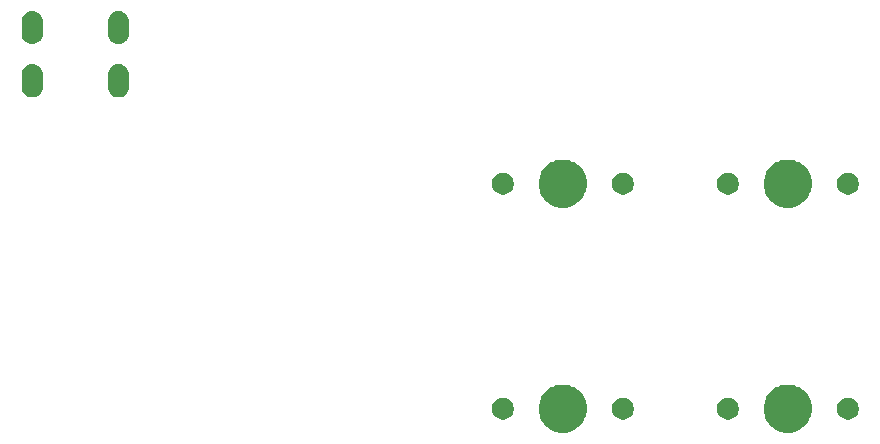
<source format=gbr>
G04 #@! TF.GenerationSoftware,KiCad,Pcbnew,(5.1.4)-1*
G04 #@! TF.CreationDate,2022-10-29T17:19:06+02:00*
G04 #@! TF.ProjectId,quaver-keypad,71756176-6572-42d6-9b65-797061642e6b,rev?*
G04 #@! TF.SameCoordinates,Original*
G04 #@! TF.FileFunction,Soldermask,Top*
G04 #@! TF.FilePolarity,Negative*
%FSLAX46Y46*%
G04 Gerber Fmt 4.6, Leading zero omitted, Abs format (unit mm)*
G04 Created by KiCad (PCBNEW (5.1.4)-1) date 2022-10-29 17:19:06*
%MOMM*%
%LPD*%
G04 APERTURE LIST*
%ADD10C,0.100000*%
G04 APERTURE END LIST*
D10*
G36*
X93560474Y-91632684D02*
G01*
X93778474Y-91722983D01*
X93932623Y-91786833D01*
X94267548Y-92010623D01*
X94552377Y-92295452D01*
X94776167Y-92630377D01*
X94808562Y-92708586D01*
X94930316Y-93002526D01*
X95008900Y-93397594D01*
X95008900Y-93800406D01*
X94930316Y-94195474D01*
X94879451Y-94318272D01*
X94776167Y-94567623D01*
X94552377Y-94902548D01*
X94267548Y-95187377D01*
X93932623Y-95411167D01*
X93778474Y-95475017D01*
X93560474Y-95565316D01*
X93165406Y-95643900D01*
X92762594Y-95643900D01*
X92367526Y-95565316D01*
X92149526Y-95475017D01*
X91995377Y-95411167D01*
X91660452Y-95187377D01*
X91375623Y-94902548D01*
X91151833Y-94567623D01*
X91048549Y-94318272D01*
X90997684Y-94195474D01*
X90919100Y-93800406D01*
X90919100Y-93397594D01*
X90997684Y-93002526D01*
X91119438Y-92708586D01*
X91151833Y-92630377D01*
X91375623Y-92295452D01*
X91660452Y-92010623D01*
X91995377Y-91786833D01*
X92149526Y-91722983D01*
X92367526Y-91632684D01*
X92762594Y-91554100D01*
X93165406Y-91554100D01*
X93560474Y-91632684D01*
X93560474Y-91632684D01*
G37*
G36*
X112610474Y-91632684D02*
G01*
X112828474Y-91722983D01*
X112982623Y-91786833D01*
X113317548Y-92010623D01*
X113602377Y-92295452D01*
X113826167Y-92630377D01*
X113858562Y-92708586D01*
X113980316Y-93002526D01*
X114058900Y-93397594D01*
X114058900Y-93800406D01*
X113980316Y-94195474D01*
X113929451Y-94318272D01*
X113826167Y-94567623D01*
X113602377Y-94902548D01*
X113317548Y-95187377D01*
X112982623Y-95411167D01*
X112828474Y-95475017D01*
X112610474Y-95565316D01*
X112215406Y-95643900D01*
X111812594Y-95643900D01*
X111417526Y-95565316D01*
X111199526Y-95475017D01*
X111045377Y-95411167D01*
X110710452Y-95187377D01*
X110425623Y-94902548D01*
X110201833Y-94567623D01*
X110098549Y-94318272D01*
X110047684Y-94195474D01*
X109969100Y-93800406D01*
X109969100Y-93397594D01*
X110047684Y-93002526D01*
X110169438Y-92708586D01*
X110201833Y-92630377D01*
X110425623Y-92295452D01*
X110710452Y-92010623D01*
X111045377Y-91786833D01*
X111199526Y-91722983D01*
X111417526Y-91632684D01*
X111812594Y-91554100D01*
X112215406Y-91554100D01*
X112610474Y-91632684D01*
X112610474Y-91632684D01*
G37*
G36*
X117364104Y-92708585D02*
G01*
X117532626Y-92778389D01*
X117684291Y-92879728D01*
X117813272Y-93008709D01*
X117914611Y-93160374D01*
X117984415Y-93328896D01*
X118020000Y-93507797D01*
X118020000Y-93690203D01*
X117984415Y-93869104D01*
X117914611Y-94037626D01*
X117813272Y-94189291D01*
X117684291Y-94318272D01*
X117532626Y-94419611D01*
X117364104Y-94489415D01*
X117185203Y-94525000D01*
X117002797Y-94525000D01*
X116823896Y-94489415D01*
X116655374Y-94419611D01*
X116503709Y-94318272D01*
X116374728Y-94189291D01*
X116273389Y-94037626D01*
X116203585Y-93869104D01*
X116168000Y-93690203D01*
X116168000Y-93507797D01*
X116203585Y-93328896D01*
X116273389Y-93160374D01*
X116374728Y-93008709D01*
X116503709Y-92879728D01*
X116655374Y-92778389D01*
X116823896Y-92708585D01*
X117002797Y-92673000D01*
X117185203Y-92673000D01*
X117364104Y-92708585D01*
X117364104Y-92708585D01*
G37*
G36*
X88154104Y-92708585D02*
G01*
X88322626Y-92778389D01*
X88474291Y-92879728D01*
X88603272Y-93008709D01*
X88704611Y-93160374D01*
X88774415Y-93328896D01*
X88810000Y-93507797D01*
X88810000Y-93690203D01*
X88774415Y-93869104D01*
X88704611Y-94037626D01*
X88603272Y-94189291D01*
X88474291Y-94318272D01*
X88322626Y-94419611D01*
X88154104Y-94489415D01*
X87975203Y-94525000D01*
X87792797Y-94525000D01*
X87613896Y-94489415D01*
X87445374Y-94419611D01*
X87293709Y-94318272D01*
X87164728Y-94189291D01*
X87063389Y-94037626D01*
X86993585Y-93869104D01*
X86958000Y-93690203D01*
X86958000Y-93507797D01*
X86993585Y-93328896D01*
X87063389Y-93160374D01*
X87164728Y-93008709D01*
X87293709Y-92879728D01*
X87445374Y-92778389D01*
X87613896Y-92708585D01*
X87792797Y-92673000D01*
X87975203Y-92673000D01*
X88154104Y-92708585D01*
X88154104Y-92708585D01*
G37*
G36*
X98314104Y-92708585D02*
G01*
X98482626Y-92778389D01*
X98634291Y-92879728D01*
X98763272Y-93008709D01*
X98864611Y-93160374D01*
X98934415Y-93328896D01*
X98970000Y-93507797D01*
X98970000Y-93690203D01*
X98934415Y-93869104D01*
X98864611Y-94037626D01*
X98763272Y-94189291D01*
X98634291Y-94318272D01*
X98482626Y-94419611D01*
X98314104Y-94489415D01*
X98135203Y-94525000D01*
X97952797Y-94525000D01*
X97773896Y-94489415D01*
X97605374Y-94419611D01*
X97453709Y-94318272D01*
X97324728Y-94189291D01*
X97223389Y-94037626D01*
X97153585Y-93869104D01*
X97118000Y-93690203D01*
X97118000Y-93507797D01*
X97153585Y-93328896D01*
X97223389Y-93160374D01*
X97324728Y-93008709D01*
X97453709Y-92879728D01*
X97605374Y-92778389D01*
X97773896Y-92708585D01*
X97952797Y-92673000D01*
X98135203Y-92673000D01*
X98314104Y-92708585D01*
X98314104Y-92708585D01*
G37*
G36*
X107204104Y-92708585D02*
G01*
X107372626Y-92778389D01*
X107524291Y-92879728D01*
X107653272Y-93008709D01*
X107754611Y-93160374D01*
X107824415Y-93328896D01*
X107860000Y-93507797D01*
X107860000Y-93690203D01*
X107824415Y-93869104D01*
X107754611Y-94037626D01*
X107653272Y-94189291D01*
X107524291Y-94318272D01*
X107372626Y-94419611D01*
X107204104Y-94489415D01*
X107025203Y-94525000D01*
X106842797Y-94525000D01*
X106663896Y-94489415D01*
X106495374Y-94419611D01*
X106343709Y-94318272D01*
X106214728Y-94189291D01*
X106113389Y-94037626D01*
X106043585Y-93869104D01*
X106008000Y-93690203D01*
X106008000Y-93507797D01*
X106043585Y-93328896D01*
X106113389Y-93160374D01*
X106214728Y-93008709D01*
X106343709Y-92879728D01*
X106495374Y-92778389D01*
X106663896Y-92708585D01*
X106842797Y-92673000D01*
X107025203Y-92673000D01*
X107204104Y-92708585D01*
X107204104Y-92708585D01*
G37*
G36*
X93560474Y-72582684D02*
G01*
X93778474Y-72672983D01*
X93932623Y-72736833D01*
X94267548Y-72960623D01*
X94552377Y-73245452D01*
X94776167Y-73580377D01*
X94808562Y-73658586D01*
X94930316Y-73952526D01*
X95008900Y-74347594D01*
X95008900Y-74750406D01*
X94930316Y-75145474D01*
X94879451Y-75268272D01*
X94776167Y-75517623D01*
X94552377Y-75852548D01*
X94267548Y-76137377D01*
X93932623Y-76361167D01*
X93778474Y-76425017D01*
X93560474Y-76515316D01*
X93165406Y-76593900D01*
X92762594Y-76593900D01*
X92367526Y-76515316D01*
X92149526Y-76425017D01*
X91995377Y-76361167D01*
X91660452Y-76137377D01*
X91375623Y-75852548D01*
X91151833Y-75517623D01*
X91048549Y-75268272D01*
X90997684Y-75145474D01*
X90919100Y-74750406D01*
X90919100Y-74347594D01*
X90997684Y-73952526D01*
X91119438Y-73658586D01*
X91151833Y-73580377D01*
X91375623Y-73245452D01*
X91660452Y-72960623D01*
X91995377Y-72736833D01*
X92149526Y-72672983D01*
X92367526Y-72582684D01*
X92762594Y-72504100D01*
X93165406Y-72504100D01*
X93560474Y-72582684D01*
X93560474Y-72582684D01*
G37*
G36*
X112610474Y-72582684D02*
G01*
X112828474Y-72672983D01*
X112982623Y-72736833D01*
X113317548Y-72960623D01*
X113602377Y-73245452D01*
X113826167Y-73580377D01*
X113858562Y-73658586D01*
X113980316Y-73952526D01*
X114058900Y-74347594D01*
X114058900Y-74750406D01*
X113980316Y-75145474D01*
X113929451Y-75268272D01*
X113826167Y-75517623D01*
X113602377Y-75852548D01*
X113317548Y-76137377D01*
X112982623Y-76361167D01*
X112828474Y-76425017D01*
X112610474Y-76515316D01*
X112215406Y-76593900D01*
X111812594Y-76593900D01*
X111417526Y-76515316D01*
X111199526Y-76425017D01*
X111045377Y-76361167D01*
X110710452Y-76137377D01*
X110425623Y-75852548D01*
X110201833Y-75517623D01*
X110098549Y-75268272D01*
X110047684Y-75145474D01*
X109969100Y-74750406D01*
X109969100Y-74347594D01*
X110047684Y-73952526D01*
X110169438Y-73658586D01*
X110201833Y-73580377D01*
X110425623Y-73245452D01*
X110710452Y-72960623D01*
X111045377Y-72736833D01*
X111199526Y-72672983D01*
X111417526Y-72582684D01*
X111812594Y-72504100D01*
X112215406Y-72504100D01*
X112610474Y-72582684D01*
X112610474Y-72582684D01*
G37*
G36*
X107204104Y-73658585D02*
G01*
X107372626Y-73728389D01*
X107524291Y-73829728D01*
X107653272Y-73958709D01*
X107754611Y-74110374D01*
X107824415Y-74278896D01*
X107860000Y-74457797D01*
X107860000Y-74640203D01*
X107824415Y-74819104D01*
X107754611Y-74987626D01*
X107653272Y-75139291D01*
X107524291Y-75268272D01*
X107372626Y-75369611D01*
X107204104Y-75439415D01*
X107025203Y-75475000D01*
X106842797Y-75475000D01*
X106663896Y-75439415D01*
X106495374Y-75369611D01*
X106343709Y-75268272D01*
X106214728Y-75139291D01*
X106113389Y-74987626D01*
X106043585Y-74819104D01*
X106008000Y-74640203D01*
X106008000Y-74457797D01*
X106043585Y-74278896D01*
X106113389Y-74110374D01*
X106214728Y-73958709D01*
X106343709Y-73829728D01*
X106495374Y-73728389D01*
X106663896Y-73658585D01*
X106842797Y-73623000D01*
X107025203Y-73623000D01*
X107204104Y-73658585D01*
X107204104Y-73658585D01*
G37*
G36*
X88154104Y-73658585D02*
G01*
X88322626Y-73728389D01*
X88474291Y-73829728D01*
X88603272Y-73958709D01*
X88704611Y-74110374D01*
X88774415Y-74278896D01*
X88810000Y-74457797D01*
X88810000Y-74640203D01*
X88774415Y-74819104D01*
X88704611Y-74987626D01*
X88603272Y-75139291D01*
X88474291Y-75268272D01*
X88322626Y-75369611D01*
X88154104Y-75439415D01*
X87975203Y-75475000D01*
X87792797Y-75475000D01*
X87613896Y-75439415D01*
X87445374Y-75369611D01*
X87293709Y-75268272D01*
X87164728Y-75139291D01*
X87063389Y-74987626D01*
X86993585Y-74819104D01*
X86958000Y-74640203D01*
X86958000Y-74457797D01*
X86993585Y-74278896D01*
X87063389Y-74110374D01*
X87164728Y-73958709D01*
X87293709Y-73829728D01*
X87445374Y-73728389D01*
X87613896Y-73658585D01*
X87792797Y-73623000D01*
X87975203Y-73623000D01*
X88154104Y-73658585D01*
X88154104Y-73658585D01*
G37*
G36*
X98314104Y-73658585D02*
G01*
X98482626Y-73728389D01*
X98634291Y-73829728D01*
X98763272Y-73958709D01*
X98864611Y-74110374D01*
X98934415Y-74278896D01*
X98970000Y-74457797D01*
X98970000Y-74640203D01*
X98934415Y-74819104D01*
X98864611Y-74987626D01*
X98763272Y-75139291D01*
X98634291Y-75268272D01*
X98482626Y-75369611D01*
X98314104Y-75439415D01*
X98135203Y-75475000D01*
X97952797Y-75475000D01*
X97773896Y-75439415D01*
X97605374Y-75369611D01*
X97453709Y-75268272D01*
X97324728Y-75139291D01*
X97223389Y-74987626D01*
X97153585Y-74819104D01*
X97118000Y-74640203D01*
X97118000Y-74457797D01*
X97153585Y-74278896D01*
X97223389Y-74110374D01*
X97324728Y-73958709D01*
X97453709Y-73829728D01*
X97605374Y-73728389D01*
X97773896Y-73658585D01*
X97952797Y-73623000D01*
X98135203Y-73623000D01*
X98314104Y-73658585D01*
X98314104Y-73658585D01*
G37*
G36*
X117364104Y-73658585D02*
G01*
X117532626Y-73728389D01*
X117684291Y-73829728D01*
X117813272Y-73958709D01*
X117914611Y-74110374D01*
X117984415Y-74278896D01*
X118020000Y-74457797D01*
X118020000Y-74640203D01*
X117984415Y-74819104D01*
X117914611Y-74987626D01*
X117813272Y-75139291D01*
X117684291Y-75268272D01*
X117532626Y-75369611D01*
X117364104Y-75439415D01*
X117185203Y-75475000D01*
X117002797Y-75475000D01*
X116823896Y-75439415D01*
X116655374Y-75369611D01*
X116503709Y-75268272D01*
X116374728Y-75139291D01*
X116273389Y-74987626D01*
X116203585Y-74819104D01*
X116168000Y-74640203D01*
X116168000Y-74457797D01*
X116203585Y-74278896D01*
X116273389Y-74110374D01*
X116374728Y-73958709D01*
X116503709Y-73829728D01*
X116655374Y-73728389D01*
X116823896Y-73658585D01*
X117002797Y-73623000D01*
X117185203Y-73623000D01*
X117364104Y-73658585D01*
X117364104Y-73658585D01*
G37*
G36*
X55515627Y-64453037D02*
G01*
X55685466Y-64504557D01*
X55841991Y-64588222D01*
X55877729Y-64617552D01*
X55979186Y-64700814D01*
X56062448Y-64802271D01*
X56091778Y-64838009D01*
X56175443Y-64994534D01*
X56226963Y-65164373D01*
X56240000Y-65296742D01*
X56240000Y-66385258D01*
X56226963Y-66517627D01*
X56175443Y-66687466D01*
X56091778Y-66843991D01*
X56062448Y-66879729D01*
X55979186Y-66981186D01*
X55841989Y-67093779D01*
X55685467Y-67177442D01*
X55685465Y-67177443D01*
X55515626Y-67228963D01*
X55339000Y-67246359D01*
X55162373Y-67228963D01*
X54992534Y-67177443D01*
X54836009Y-67093778D01*
X54800271Y-67064448D01*
X54698814Y-66981186D01*
X54586221Y-66843989D01*
X54502558Y-66687467D01*
X54502557Y-66687465D01*
X54451037Y-66517626D01*
X54438000Y-66385257D01*
X54438001Y-65296742D01*
X54451038Y-65164373D01*
X54502558Y-64994534D01*
X54586223Y-64838009D01*
X54615553Y-64802271D01*
X54698815Y-64700814D01*
X54800272Y-64617552D01*
X54836010Y-64588222D01*
X54992535Y-64504557D01*
X55162374Y-64453037D01*
X55339000Y-64435641D01*
X55515627Y-64453037D01*
X55515627Y-64453037D01*
G37*
G36*
X48215627Y-64453037D02*
G01*
X48385466Y-64504557D01*
X48541991Y-64588222D01*
X48577729Y-64617552D01*
X48679186Y-64700814D01*
X48762448Y-64802271D01*
X48791778Y-64838009D01*
X48875443Y-64994534D01*
X48926963Y-65164373D01*
X48940000Y-65296742D01*
X48940000Y-66385258D01*
X48926963Y-66517627D01*
X48875443Y-66687466D01*
X48791778Y-66843991D01*
X48762448Y-66879729D01*
X48679186Y-66981186D01*
X48541989Y-67093779D01*
X48385467Y-67177442D01*
X48385465Y-67177443D01*
X48215626Y-67228963D01*
X48039000Y-67246359D01*
X47862373Y-67228963D01*
X47692534Y-67177443D01*
X47536009Y-67093778D01*
X47500271Y-67064448D01*
X47398814Y-66981186D01*
X47286221Y-66843989D01*
X47202558Y-66687467D01*
X47202557Y-66687465D01*
X47151037Y-66517626D01*
X47138000Y-66385257D01*
X47138001Y-65296742D01*
X47151038Y-65164373D01*
X47202558Y-64994534D01*
X47286223Y-64838009D01*
X47315553Y-64802271D01*
X47398815Y-64700814D01*
X47500272Y-64617552D01*
X47536010Y-64588222D01*
X47692535Y-64504557D01*
X47862374Y-64453037D01*
X48039000Y-64435641D01*
X48215627Y-64453037D01*
X48215627Y-64453037D01*
G37*
G36*
X55515627Y-59953037D02*
G01*
X55685466Y-60004557D01*
X55841991Y-60088222D01*
X55877729Y-60117552D01*
X55979186Y-60200814D01*
X56062448Y-60302271D01*
X56091778Y-60338009D01*
X56175443Y-60494534D01*
X56226963Y-60664373D01*
X56240000Y-60796742D01*
X56240000Y-61885258D01*
X56226963Y-62017627D01*
X56175443Y-62187466D01*
X56091778Y-62343991D01*
X56062448Y-62379729D01*
X55979186Y-62481186D01*
X55841989Y-62593779D01*
X55685467Y-62677442D01*
X55685465Y-62677443D01*
X55515626Y-62728963D01*
X55339000Y-62746359D01*
X55162373Y-62728963D01*
X54992534Y-62677443D01*
X54836009Y-62593778D01*
X54800271Y-62564448D01*
X54698814Y-62481186D01*
X54586221Y-62343989D01*
X54502558Y-62187467D01*
X54502557Y-62187465D01*
X54451037Y-62017626D01*
X54438000Y-61885257D01*
X54438001Y-60796742D01*
X54451038Y-60664373D01*
X54502558Y-60494534D01*
X54586223Y-60338009D01*
X54615553Y-60302271D01*
X54698815Y-60200814D01*
X54800272Y-60117552D01*
X54836010Y-60088222D01*
X54992535Y-60004557D01*
X55162374Y-59953037D01*
X55339000Y-59935641D01*
X55515627Y-59953037D01*
X55515627Y-59953037D01*
G37*
G36*
X48215627Y-59953037D02*
G01*
X48385466Y-60004557D01*
X48541991Y-60088222D01*
X48577729Y-60117552D01*
X48679186Y-60200814D01*
X48762448Y-60302271D01*
X48791778Y-60338009D01*
X48875443Y-60494534D01*
X48926963Y-60664373D01*
X48940000Y-60796742D01*
X48940000Y-61885258D01*
X48926963Y-62017627D01*
X48875443Y-62187466D01*
X48791778Y-62343991D01*
X48762448Y-62379729D01*
X48679186Y-62481186D01*
X48541989Y-62593779D01*
X48385467Y-62677442D01*
X48385465Y-62677443D01*
X48215626Y-62728963D01*
X48039000Y-62746359D01*
X47862373Y-62728963D01*
X47692534Y-62677443D01*
X47536009Y-62593778D01*
X47500271Y-62564448D01*
X47398814Y-62481186D01*
X47286221Y-62343989D01*
X47202558Y-62187467D01*
X47202557Y-62187465D01*
X47151037Y-62017626D01*
X47138000Y-61885257D01*
X47138001Y-60796742D01*
X47151038Y-60664373D01*
X47202558Y-60494534D01*
X47286223Y-60338009D01*
X47315553Y-60302271D01*
X47398815Y-60200814D01*
X47500272Y-60117552D01*
X47536010Y-60088222D01*
X47692535Y-60004557D01*
X47862374Y-59953037D01*
X48039000Y-59935641D01*
X48215627Y-59953037D01*
X48215627Y-59953037D01*
G37*
M02*

</source>
